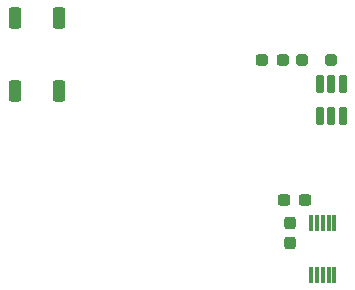
<source format=gtp>
G04 #@! TF.GenerationSoftware,KiCad,Pcbnew,7.0.11*
G04 #@! TF.CreationDate,2024-05-21T13:22:13-04:00*
G04 #@! TF.ProjectId,ISOCHet,49534f43-4865-4742-9e6b-696361645f70,rev?*
G04 #@! TF.SameCoordinates,Original*
G04 #@! TF.FileFunction,Paste,Top*
G04 #@! TF.FilePolarity,Positive*
%FSLAX46Y46*%
G04 Gerber Fmt 4.6, Leading zero omitted, Abs format (unit mm)*
G04 Created by KiCad (PCBNEW 7.0.11) date 2024-05-21 13:22:13*
%MOMM*%
%LPD*%
G01*
G04 APERTURE LIST*
G04 Aperture macros list*
%AMRoundRect*
0 Rectangle with rounded corners*
0 $1 Rounding radius*
0 $2 $3 $4 $5 $6 $7 $8 $9 X,Y pos of 4 corners*
0 Add a 4 corners polygon primitive as box body*
4,1,4,$2,$3,$4,$5,$6,$7,$8,$9,$2,$3,0*
0 Add four circle primitives for the rounded corners*
1,1,$1+$1,$2,$3*
1,1,$1+$1,$4,$5*
1,1,$1+$1,$6,$7*
1,1,$1+$1,$8,$9*
0 Add four rect primitives between the rounded corners*
20,1,$1+$1,$2,$3,$4,$5,0*
20,1,$1+$1,$4,$5,$6,$7,0*
20,1,$1+$1,$6,$7,$8,$9,0*
20,1,$1+$1,$8,$9,$2,$3,0*%
%AMFreePoly0*
4,1,15,-0.780000,0.162500,-0.617500,0.325000,0.552500,0.325000,0.639560,0.307683,0.713367,0.258367,0.762683,0.184560,0.780000,0.097500,0.780000,-0.097500,0.762683,-0.184560,0.713367,-0.258367,0.639560,-0.307683,0.552500,-0.325000,-0.617500,-0.325000,-0.780000,-0.162500,-0.780000,0.162500,-0.780000,0.162500,$1*%
%AMFreePoly1*
4,1,15,-0.700000,0.075000,-0.694291,0.103701,-0.678033,0.128033,-0.653701,0.144291,-0.625000,0.150000,0.625000,0.150000,0.700000,0.075000,0.700000,-0.075000,0.625000,-0.150000,-0.625000,-0.150000,-0.653701,-0.144291,-0.678033,-0.128033,-0.694291,-0.103701,-0.700000,-0.075000,-0.700000,0.075000,-0.700000,0.075000,$1*%
G04 Aperture macros list end*
%ADD10RoundRect,0.237500X-0.237500X0.300000X-0.237500X-0.300000X0.237500X-0.300000X0.237500X0.300000X0*%
%ADD11RoundRect,0.162500X0.162500X-0.617500X0.162500X0.617500X-0.162500X0.617500X-0.162500X-0.617500X0*%
%ADD12FreePoly0,90.000000*%
%ADD13R,0.300000X1.400000*%
%ADD14FreePoly1,90.000000*%
%ADD15RoundRect,0.237500X-0.287500X-0.237500X0.287500X-0.237500X0.287500X0.237500X-0.287500X0.237500X0*%
%ADD16RoundRect,0.250000X0.250000X0.250000X-0.250000X0.250000X-0.250000X-0.250000X0.250000X-0.250000X0*%
%ADD17RoundRect,0.237500X0.300000X0.237500X-0.300000X0.237500X-0.300000X-0.237500X0.300000X-0.237500X0*%
%ADD18RoundRect,0.275000X0.275000X-0.625000X0.275000X0.625000X-0.275000X0.625000X-0.275000X-0.625000X0*%
G04 APERTURE END LIST*
D10*
X155250000Y-61895000D03*
X155250000Y-63620000D03*
D11*
X157800000Y-52850000D03*
D12*
X158750000Y-52850000D03*
D11*
X159700000Y-52850000D03*
X159700000Y-50150000D03*
X158750000Y-50150000D03*
X157800000Y-50150000D03*
D13*
X157000000Y-66295000D03*
X157500000Y-66295000D03*
X158000000Y-66295000D03*
X158500000Y-66295000D03*
X159000000Y-66295000D03*
X159000000Y-61895000D03*
X158500000Y-61895000D03*
D14*
X158000000Y-61895000D03*
D13*
X157500000Y-61895000D03*
X157000000Y-61895000D03*
D15*
X152875000Y-48107500D03*
X154625000Y-48107500D03*
D16*
X158750000Y-48107500D03*
X156250000Y-48107500D03*
D17*
X156475000Y-60000000D03*
X154750000Y-60000000D03*
D18*
X131950000Y-50725000D03*
X131950000Y-44525000D03*
X135650000Y-50725000D03*
X135650000Y-44525000D03*
M02*

</source>
